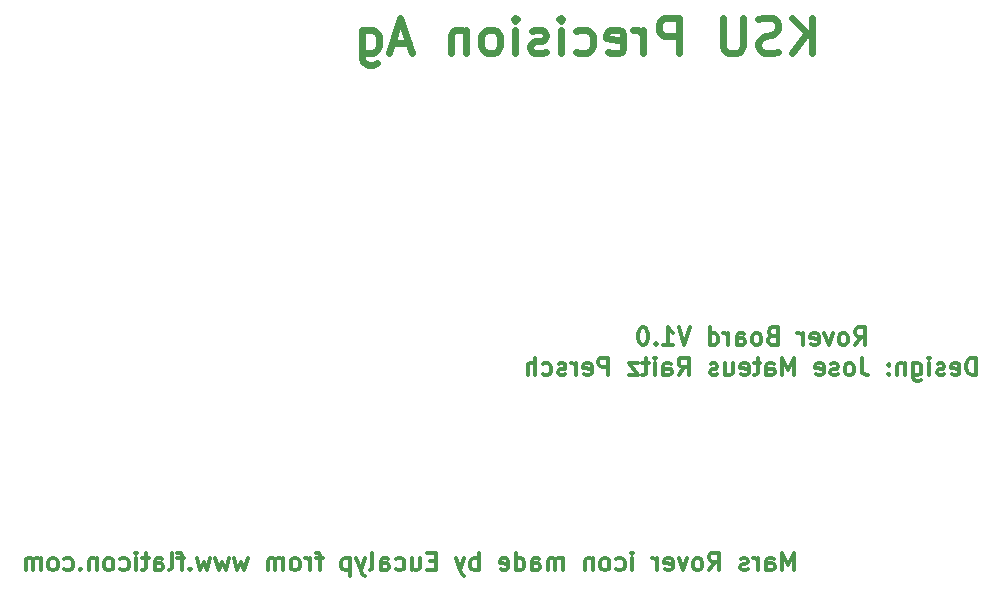
<source format=gbo>
%TF.GenerationSoftware,KiCad,Pcbnew,(5.1.10)-1*%
%TF.CreationDate,2021-09-21T14:48:15-05:00*%
%TF.ProjectId,SkidSteer_PCB,536b6964-5374-4656-9572-5f5043422e6b,rev?*%
%TF.SameCoordinates,Original*%
%TF.FileFunction,Legend,Bot*%
%TF.FilePolarity,Positive*%
%FSLAX46Y46*%
G04 Gerber Fmt 4.6, Leading zero omitted, Abs format (unit mm)*
G04 Created by KiCad (PCBNEW (5.1.10)-1) date 2021-09-21 14:48:15*
%MOMM*%
%LPD*%
G01*
G04 APERTURE LIST*
%ADD10C,0.300000*%
%ADD11C,0.600000*%
G04 APERTURE END LIST*
D10*
X123975714Y-156126571D02*
X123975714Y-154626571D01*
X123475714Y-155698000D01*
X122975714Y-154626571D01*
X122975714Y-156126571D01*
X121618571Y-156126571D02*
X121618571Y-155340857D01*
X121690000Y-155198000D01*
X121832857Y-155126571D01*
X122118571Y-155126571D01*
X122261428Y-155198000D01*
X121618571Y-156055142D02*
X121761428Y-156126571D01*
X122118571Y-156126571D01*
X122261428Y-156055142D01*
X122332857Y-155912285D01*
X122332857Y-155769428D01*
X122261428Y-155626571D01*
X122118571Y-155555142D01*
X121761428Y-155555142D01*
X121618571Y-155483714D01*
X120904285Y-156126571D02*
X120904285Y-155126571D01*
X120904285Y-155412285D02*
X120832857Y-155269428D01*
X120761428Y-155198000D01*
X120618571Y-155126571D01*
X120475714Y-155126571D01*
X120047142Y-156055142D02*
X119904285Y-156126571D01*
X119618571Y-156126571D01*
X119475714Y-156055142D01*
X119404285Y-155912285D01*
X119404285Y-155840857D01*
X119475714Y-155698000D01*
X119618571Y-155626571D01*
X119832857Y-155626571D01*
X119975714Y-155555142D01*
X120047142Y-155412285D01*
X120047142Y-155340857D01*
X119975714Y-155198000D01*
X119832857Y-155126571D01*
X119618571Y-155126571D01*
X119475714Y-155198000D01*
X116761428Y-156126571D02*
X117261428Y-155412285D01*
X117618571Y-156126571D02*
X117618571Y-154626571D01*
X117047142Y-154626571D01*
X116904285Y-154698000D01*
X116832857Y-154769428D01*
X116761428Y-154912285D01*
X116761428Y-155126571D01*
X116832857Y-155269428D01*
X116904285Y-155340857D01*
X117047142Y-155412285D01*
X117618571Y-155412285D01*
X115904285Y-156126571D02*
X116047142Y-156055142D01*
X116118571Y-155983714D01*
X116190000Y-155840857D01*
X116190000Y-155412285D01*
X116118571Y-155269428D01*
X116047142Y-155198000D01*
X115904285Y-155126571D01*
X115690000Y-155126571D01*
X115547142Y-155198000D01*
X115475714Y-155269428D01*
X115404285Y-155412285D01*
X115404285Y-155840857D01*
X115475714Y-155983714D01*
X115547142Y-156055142D01*
X115690000Y-156126571D01*
X115904285Y-156126571D01*
X114904285Y-155126571D02*
X114547142Y-156126571D01*
X114190000Y-155126571D01*
X113047142Y-156055142D02*
X113190000Y-156126571D01*
X113475714Y-156126571D01*
X113618571Y-156055142D01*
X113690000Y-155912285D01*
X113690000Y-155340857D01*
X113618571Y-155198000D01*
X113475714Y-155126571D01*
X113190000Y-155126571D01*
X113047142Y-155198000D01*
X112975714Y-155340857D01*
X112975714Y-155483714D01*
X113690000Y-155626571D01*
X112332857Y-156126571D02*
X112332857Y-155126571D01*
X112332857Y-155412285D02*
X112261428Y-155269428D01*
X112190000Y-155198000D01*
X112047142Y-155126571D01*
X111904285Y-155126571D01*
X110261428Y-156126571D02*
X110261428Y-155126571D01*
X110261428Y-154626571D02*
X110332857Y-154698000D01*
X110261428Y-154769428D01*
X110190000Y-154698000D01*
X110261428Y-154626571D01*
X110261428Y-154769428D01*
X108904285Y-156055142D02*
X109047142Y-156126571D01*
X109332857Y-156126571D01*
X109475714Y-156055142D01*
X109547142Y-155983714D01*
X109618571Y-155840857D01*
X109618571Y-155412285D01*
X109547142Y-155269428D01*
X109475714Y-155198000D01*
X109332857Y-155126571D01*
X109047142Y-155126571D01*
X108904285Y-155198000D01*
X108047142Y-156126571D02*
X108190000Y-156055142D01*
X108261428Y-155983714D01*
X108332857Y-155840857D01*
X108332857Y-155412285D01*
X108261428Y-155269428D01*
X108190000Y-155198000D01*
X108047142Y-155126571D01*
X107832857Y-155126571D01*
X107690000Y-155198000D01*
X107618571Y-155269428D01*
X107547142Y-155412285D01*
X107547142Y-155840857D01*
X107618571Y-155983714D01*
X107690000Y-156055142D01*
X107832857Y-156126571D01*
X108047142Y-156126571D01*
X106904285Y-155126571D02*
X106904285Y-156126571D01*
X106904285Y-155269428D02*
X106832857Y-155198000D01*
X106690000Y-155126571D01*
X106475714Y-155126571D01*
X106332857Y-155198000D01*
X106261428Y-155340857D01*
X106261428Y-156126571D01*
X104404285Y-156126571D02*
X104404285Y-155126571D01*
X104404285Y-155269428D02*
X104332857Y-155198000D01*
X104190000Y-155126571D01*
X103975714Y-155126571D01*
X103832857Y-155198000D01*
X103761428Y-155340857D01*
X103761428Y-156126571D01*
X103761428Y-155340857D02*
X103690000Y-155198000D01*
X103547142Y-155126571D01*
X103332857Y-155126571D01*
X103190000Y-155198000D01*
X103118571Y-155340857D01*
X103118571Y-156126571D01*
X101761428Y-156126571D02*
X101761428Y-155340857D01*
X101832857Y-155198000D01*
X101975714Y-155126571D01*
X102261428Y-155126571D01*
X102404285Y-155198000D01*
X101761428Y-156055142D02*
X101904285Y-156126571D01*
X102261428Y-156126571D01*
X102404285Y-156055142D01*
X102475714Y-155912285D01*
X102475714Y-155769428D01*
X102404285Y-155626571D01*
X102261428Y-155555142D01*
X101904285Y-155555142D01*
X101761428Y-155483714D01*
X100404285Y-156126571D02*
X100404285Y-154626571D01*
X100404285Y-156055142D02*
X100547142Y-156126571D01*
X100832857Y-156126571D01*
X100975714Y-156055142D01*
X101047142Y-155983714D01*
X101118571Y-155840857D01*
X101118571Y-155412285D01*
X101047142Y-155269428D01*
X100975714Y-155198000D01*
X100832857Y-155126571D01*
X100547142Y-155126571D01*
X100404285Y-155198000D01*
X99118571Y-156055142D02*
X99261428Y-156126571D01*
X99547142Y-156126571D01*
X99690000Y-156055142D01*
X99761428Y-155912285D01*
X99761428Y-155340857D01*
X99690000Y-155198000D01*
X99547142Y-155126571D01*
X99261428Y-155126571D01*
X99118571Y-155198000D01*
X99047142Y-155340857D01*
X99047142Y-155483714D01*
X99761428Y-155626571D01*
X97261428Y-156126571D02*
X97261428Y-154626571D01*
X97261428Y-155198000D02*
X97118571Y-155126571D01*
X96832857Y-155126571D01*
X96690000Y-155198000D01*
X96618571Y-155269428D01*
X96547142Y-155412285D01*
X96547142Y-155840857D01*
X96618571Y-155983714D01*
X96690000Y-156055142D01*
X96832857Y-156126571D01*
X97118571Y-156126571D01*
X97261428Y-156055142D01*
X96047142Y-155126571D02*
X95690000Y-156126571D01*
X95332857Y-155126571D02*
X95690000Y-156126571D01*
X95832857Y-156483714D01*
X95904285Y-156555142D01*
X96047142Y-156626571D01*
X93618571Y-155340857D02*
X93118571Y-155340857D01*
X92904285Y-156126571D02*
X93618571Y-156126571D01*
X93618571Y-154626571D01*
X92904285Y-154626571D01*
X91618571Y-155126571D02*
X91618571Y-156126571D01*
X92261428Y-155126571D02*
X92261428Y-155912285D01*
X92190000Y-156055142D01*
X92047142Y-156126571D01*
X91832857Y-156126571D01*
X91690000Y-156055142D01*
X91618571Y-155983714D01*
X90261428Y-156055142D02*
X90404285Y-156126571D01*
X90690000Y-156126571D01*
X90832857Y-156055142D01*
X90904285Y-155983714D01*
X90975714Y-155840857D01*
X90975714Y-155412285D01*
X90904285Y-155269428D01*
X90832857Y-155198000D01*
X90690000Y-155126571D01*
X90404285Y-155126571D01*
X90261428Y-155198000D01*
X88975714Y-156126571D02*
X88975714Y-155340857D01*
X89047142Y-155198000D01*
X89190000Y-155126571D01*
X89475714Y-155126571D01*
X89618571Y-155198000D01*
X88975714Y-156055142D02*
X89118571Y-156126571D01*
X89475714Y-156126571D01*
X89618571Y-156055142D01*
X89690000Y-155912285D01*
X89690000Y-155769428D01*
X89618571Y-155626571D01*
X89475714Y-155555142D01*
X89118571Y-155555142D01*
X88975714Y-155483714D01*
X88047142Y-156126571D02*
X88190000Y-156055142D01*
X88261428Y-155912285D01*
X88261428Y-154626571D01*
X87618571Y-155126571D02*
X87261428Y-156126571D01*
X86904285Y-155126571D02*
X87261428Y-156126571D01*
X87404285Y-156483714D01*
X87475714Y-156555142D01*
X87618571Y-156626571D01*
X86332857Y-155126571D02*
X86332857Y-156626571D01*
X86332857Y-155198000D02*
X86190000Y-155126571D01*
X85904285Y-155126571D01*
X85761428Y-155198000D01*
X85690000Y-155269428D01*
X85618571Y-155412285D01*
X85618571Y-155840857D01*
X85690000Y-155983714D01*
X85761428Y-156055142D01*
X85904285Y-156126571D01*
X86190000Y-156126571D01*
X86332857Y-156055142D01*
X84047142Y-155126571D02*
X83475714Y-155126571D01*
X83832857Y-156126571D02*
X83832857Y-154840857D01*
X83761428Y-154698000D01*
X83618571Y-154626571D01*
X83475714Y-154626571D01*
X82975714Y-156126571D02*
X82975714Y-155126571D01*
X82975714Y-155412285D02*
X82904285Y-155269428D01*
X82832857Y-155198000D01*
X82690000Y-155126571D01*
X82547142Y-155126571D01*
X81832857Y-156126571D02*
X81975714Y-156055142D01*
X82047142Y-155983714D01*
X82118571Y-155840857D01*
X82118571Y-155412285D01*
X82047142Y-155269428D01*
X81975714Y-155198000D01*
X81832857Y-155126571D01*
X81618571Y-155126571D01*
X81475714Y-155198000D01*
X81404285Y-155269428D01*
X81332857Y-155412285D01*
X81332857Y-155840857D01*
X81404285Y-155983714D01*
X81475714Y-156055142D01*
X81618571Y-156126571D01*
X81832857Y-156126571D01*
X80690000Y-156126571D02*
X80690000Y-155126571D01*
X80690000Y-155269428D02*
X80618571Y-155198000D01*
X80475714Y-155126571D01*
X80261428Y-155126571D01*
X80118571Y-155198000D01*
X80047142Y-155340857D01*
X80047142Y-156126571D01*
X80047142Y-155340857D02*
X79975714Y-155198000D01*
X79832857Y-155126571D01*
X79618571Y-155126571D01*
X79475714Y-155198000D01*
X79404285Y-155340857D01*
X79404285Y-156126571D01*
X77690000Y-155126571D02*
X77404285Y-156126571D01*
X77118571Y-155412285D01*
X76832857Y-156126571D01*
X76547142Y-155126571D01*
X76118571Y-155126571D02*
X75832857Y-156126571D01*
X75547142Y-155412285D01*
X75261428Y-156126571D01*
X74975714Y-155126571D01*
X74547142Y-155126571D02*
X74261428Y-156126571D01*
X73975714Y-155412285D01*
X73690000Y-156126571D01*
X73404285Y-155126571D01*
X72832857Y-155983714D02*
X72761428Y-156055142D01*
X72832857Y-156126571D01*
X72904285Y-156055142D01*
X72832857Y-155983714D01*
X72832857Y-156126571D01*
X72332857Y-155126571D02*
X71761428Y-155126571D01*
X72118571Y-156126571D02*
X72118571Y-154840857D01*
X72047142Y-154698000D01*
X71904285Y-154626571D01*
X71761428Y-154626571D01*
X71047142Y-156126571D02*
X71190000Y-156055142D01*
X71261428Y-155912285D01*
X71261428Y-154626571D01*
X69832857Y-156126571D02*
X69832857Y-155340857D01*
X69904285Y-155198000D01*
X70047142Y-155126571D01*
X70332857Y-155126571D01*
X70475714Y-155198000D01*
X69832857Y-156055142D02*
X69975714Y-156126571D01*
X70332857Y-156126571D01*
X70475714Y-156055142D01*
X70547142Y-155912285D01*
X70547142Y-155769428D01*
X70475714Y-155626571D01*
X70332857Y-155555142D01*
X69975714Y-155555142D01*
X69832857Y-155483714D01*
X69332857Y-155126571D02*
X68761428Y-155126571D01*
X69118571Y-154626571D02*
X69118571Y-155912285D01*
X69047142Y-156055142D01*
X68904285Y-156126571D01*
X68761428Y-156126571D01*
X68261428Y-156126571D02*
X68261428Y-155126571D01*
X68261428Y-154626571D02*
X68332857Y-154698000D01*
X68261428Y-154769428D01*
X68190000Y-154698000D01*
X68261428Y-154626571D01*
X68261428Y-154769428D01*
X66904285Y-156055142D02*
X67047142Y-156126571D01*
X67332857Y-156126571D01*
X67475714Y-156055142D01*
X67547142Y-155983714D01*
X67618571Y-155840857D01*
X67618571Y-155412285D01*
X67547142Y-155269428D01*
X67475714Y-155198000D01*
X67332857Y-155126571D01*
X67047142Y-155126571D01*
X66904285Y-155198000D01*
X66047142Y-156126571D02*
X66190000Y-156055142D01*
X66261428Y-155983714D01*
X66332857Y-155840857D01*
X66332857Y-155412285D01*
X66261428Y-155269428D01*
X66190000Y-155198000D01*
X66047142Y-155126571D01*
X65832857Y-155126571D01*
X65690000Y-155198000D01*
X65618571Y-155269428D01*
X65547142Y-155412285D01*
X65547142Y-155840857D01*
X65618571Y-155983714D01*
X65690000Y-156055142D01*
X65832857Y-156126571D01*
X66047142Y-156126571D01*
X64904285Y-155126571D02*
X64904285Y-156126571D01*
X64904285Y-155269428D02*
X64832857Y-155198000D01*
X64690000Y-155126571D01*
X64475714Y-155126571D01*
X64332857Y-155198000D01*
X64261428Y-155340857D01*
X64261428Y-156126571D01*
X63547142Y-155983714D02*
X63475714Y-156055142D01*
X63547142Y-156126571D01*
X63618571Y-156055142D01*
X63547142Y-155983714D01*
X63547142Y-156126571D01*
X62190000Y-156055142D02*
X62332857Y-156126571D01*
X62618571Y-156126571D01*
X62761428Y-156055142D01*
X62832857Y-155983714D01*
X62904285Y-155840857D01*
X62904285Y-155412285D01*
X62832857Y-155269428D01*
X62761428Y-155198000D01*
X62618571Y-155126571D01*
X62332857Y-155126571D01*
X62190000Y-155198000D01*
X61332857Y-156126571D02*
X61475714Y-156055142D01*
X61547142Y-155983714D01*
X61618571Y-155840857D01*
X61618571Y-155412285D01*
X61547142Y-155269428D01*
X61475714Y-155198000D01*
X61332857Y-155126571D01*
X61118571Y-155126571D01*
X60975714Y-155198000D01*
X60904285Y-155269428D01*
X60832857Y-155412285D01*
X60832857Y-155840857D01*
X60904285Y-155983714D01*
X60975714Y-156055142D01*
X61118571Y-156126571D01*
X61332857Y-156126571D01*
X60190000Y-156126571D02*
X60190000Y-155126571D01*
X60190000Y-155269428D02*
X60118571Y-155198000D01*
X59975714Y-155126571D01*
X59761428Y-155126571D01*
X59618571Y-155198000D01*
X59547142Y-155340857D01*
X59547142Y-156126571D01*
X59547142Y-155340857D02*
X59475714Y-155198000D01*
X59332857Y-155126571D01*
X59118571Y-155126571D01*
X58975714Y-155198000D01*
X58904285Y-155340857D01*
X58904285Y-156126571D01*
D11*
X125497428Y-112355142D02*
X125497428Y-109355142D01*
X123783142Y-112355142D02*
X125068857Y-110640857D01*
X123783142Y-109355142D02*
X125497428Y-111069428D01*
X122640285Y-112212285D02*
X122211714Y-112355142D01*
X121497428Y-112355142D01*
X121211714Y-112212285D01*
X121068857Y-112069428D01*
X120926000Y-111783714D01*
X120926000Y-111498000D01*
X121068857Y-111212285D01*
X121211714Y-111069428D01*
X121497428Y-110926571D01*
X122068857Y-110783714D01*
X122354571Y-110640857D01*
X122497428Y-110498000D01*
X122640285Y-110212285D01*
X122640285Y-109926571D01*
X122497428Y-109640857D01*
X122354571Y-109498000D01*
X122068857Y-109355142D01*
X121354571Y-109355142D01*
X120926000Y-109498000D01*
X119640285Y-109355142D02*
X119640285Y-111783714D01*
X119497428Y-112069428D01*
X119354571Y-112212285D01*
X119068857Y-112355142D01*
X118497428Y-112355142D01*
X118211714Y-112212285D01*
X118068857Y-112069428D01*
X117926000Y-111783714D01*
X117926000Y-109355142D01*
X114211714Y-112355142D02*
X114211714Y-109355142D01*
X113068857Y-109355142D01*
X112783142Y-109498000D01*
X112640285Y-109640857D01*
X112497428Y-109926571D01*
X112497428Y-110355142D01*
X112640285Y-110640857D01*
X112783142Y-110783714D01*
X113068857Y-110926571D01*
X114211714Y-110926571D01*
X111211714Y-112355142D02*
X111211714Y-110355142D01*
X111211714Y-110926571D02*
X111068857Y-110640857D01*
X110926000Y-110498000D01*
X110640285Y-110355142D01*
X110354571Y-110355142D01*
X108211714Y-112212285D02*
X108497428Y-112355142D01*
X109068857Y-112355142D01*
X109354571Y-112212285D01*
X109497428Y-111926571D01*
X109497428Y-110783714D01*
X109354571Y-110498000D01*
X109068857Y-110355142D01*
X108497428Y-110355142D01*
X108211714Y-110498000D01*
X108068857Y-110783714D01*
X108068857Y-111069428D01*
X109497428Y-111355142D01*
X105497428Y-112212285D02*
X105783142Y-112355142D01*
X106354571Y-112355142D01*
X106640285Y-112212285D01*
X106783142Y-112069428D01*
X106926000Y-111783714D01*
X106926000Y-110926571D01*
X106783142Y-110640857D01*
X106640285Y-110498000D01*
X106354571Y-110355142D01*
X105783142Y-110355142D01*
X105497428Y-110498000D01*
X104211714Y-112355142D02*
X104211714Y-110355142D01*
X104211714Y-109355142D02*
X104354571Y-109498000D01*
X104211714Y-109640857D01*
X104068857Y-109498000D01*
X104211714Y-109355142D01*
X104211714Y-109640857D01*
X102926000Y-112212285D02*
X102640285Y-112355142D01*
X102068857Y-112355142D01*
X101783142Y-112212285D01*
X101640285Y-111926571D01*
X101640285Y-111783714D01*
X101783142Y-111498000D01*
X102068857Y-111355142D01*
X102497428Y-111355142D01*
X102783142Y-111212285D01*
X102926000Y-110926571D01*
X102926000Y-110783714D01*
X102783142Y-110498000D01*
X102497428Y-110355142D01*
X102068857Y-110355142D01*
X101783142Y-110498000D01*
X100354571Y-112355142D02*
X100354571Y-110355142D01*
X100354571Y-109355142D02*
X100497428Y-109498000D01*
X100354571Y-109640857D01*
X100211714Y-109498000D01*
X100354571Y-109355142D01*
X100354571Y-109640857D01*
X98497428Y-112355142D02*
X98783142Y-112212285D01*
X98926000Y-112069428D01*
X99068857Y-111783714D01*
X99068857Y-110926571D01*
X98926000Y-110640857D01*
X98783142Y-110498000D01*
X98497428Y-110355142D01*
X98068857Y-110355142D01*
X97783142Y-110498000D01*
X97640285Y-110640857D01*
X97497428Y-110926571D01*
X97497428Y-111783714D01*
X97640285Y-112069428D01*
X97783142Y-112212285D01*
X98068857Y-112355142D01*
X98497428Y-112355142D01*
X96211714Y-110355142D02*
X96211714Y-112355142D01*
X96211714Y-110640857D02*
X96068857Y-110498000D01*
X95783142Y-110355142D01*
X95354571Y-110355142D01*
X95068857Y-110498000D01*
X94926000Y-110783714D01*
X94926000Y-112355142D01*
X91354571Y-111498000D02*
X89926000Y-111498000D01*
X91640285Y-112355142D02*
X90640285Y-109355142D01*
X89640285Y-112355142D01*
X87354571Y-110355142D02*
X87354571Y-112783714D01*
X87497428Y-113069428D01*
X87640285Y-113212285D01*
X87926000Y-113355142D01*
X88354571Y-113355142D01*
X88640285Y-113212285D01*
X87354571Y-112212285D02*
X87640285Y-112355142D01*
X88211714Y-112355142D01*
X88497428Y-112212285D01*
X88640285Y-112069428D01*
X88783142Y-111783714D01*
X88783142Y-110926571D01*
X88640285Y-110640857D01*
X88497428Y-110498000D01*
X88211714Y-110355142D01*
X87640285Y-110355142D01*
X87354571Y-110498000D01*
D10*
X129110285Y-137071571D02*
X129610285Y-136357285D01*
X129967428Y-137071571D02*
X129967428Y-135571571D01*
X129396000Y-135571571D01*
X129253142Y-135643000D01*
X129181714Y-135714428D01*
X129110285Y-135857285D01*
X129110285Y-136071571D01*
X129181714Y-136214428D01*
X129253142Y-136285857D01*
X129396000Y-136357285D01*
X129967428Y-136357285D01*
X128253142Y-137071571D02*
X128396000Y-137000142D01*
X128467428Y-136928714D01*
X128538857Y-136785857D01*
X128538857Y-136357285D01*
X128467428Y-136214428D01*
X128396000Y-136143000D01*
X128253142Y-136071571D01*
X128038857Y-136071571D01*
X127896000Y-136143000D01*
X127824571Y-136214428D01*
X127753142Y-136357285D01*
X127753142Y-136785857D01*
X127824571Y-136928714D01*
X127896000Y-137000142D01*
X128038857Y-137071571D01*
X128253142Y-137071571D01*
X127253142Y-136071571D02*
X126896000Y-137071571D01*
X126538857Y-136071571D01*
X125396000Y-137000142D02*
X125538857Y-137071571D01*
X125824571Y-137071571D01*
X125967428Y-137000142D01*
X126038857Y-136857285D01*
X126038857Y-136285857D01*
X125967428Y-136143000D01*
X125824571Y-136071571D01*
X125538857Y-136071571D01*
X125396000Y-136143000D01*
X125324571Y-136285857D01*
X125324571Y-136428714D01*
X126038857Y-136571571D01*
X124681714Y-137071571D02*
X124681714Y-136071571D01*
X124681714Y-136357285D02*
X124610285Y-136214428D01*
X124538857Y-136143000D01*
X124396000Y-136071571D01*
X124253142Y-136071571D01*
X122110285Y-136285857D02*
X121896000Y-136357285D01*
X121824571Y-136428714D01*
X121753142Y-136571571D01*
X121753142Y-136785857D01*
X121824571Y-136928714D01*
X121896000Y-137000142D01*
X122038857Y-137071571D01*
X122610285Y-137071571D01*
X122610285Y-135571571D01*
X122110285Y-135571571D01*
X121967428Y-135643000D01*
X121896000Y-135714428D01*
X121824571Y-135857285D01*
X121824571Y-136000142D01*
X121896000Y-136143000D01*
X121967428Y-136214428D01*
X122110285Y-136285857D01*
X122610285Y-136285857D01*
X120896000Y-137071571D02*
X121038857Y-137000142D01*
X121110285Y-136928714D01*
X121181714Y-136785857D01*
X121181714Y-136357285D01*
X121110285Y-136214428D01*
X121038857Y-136143000D01*
X120896000Y-136071571D01*
X120681714Y-136071571D01*
X120538857Y-136143000D01*
X120467428Y-136214428D01*
X120396000Y-136357285D01*
X120396000Y-136785857D01*
X120467428Y-136928714D01*
X120538857Y-137000142D01*
X120681714Y-137071571D01*
X120896000Y-137071571D01*
X119110285Y-137071571D02*
X119110285Y-136285857D01*
X119181714Y-136143000D01*
X119324571Y-136071571D01*
X119610285Y-136071571D01*
X119753142Y-136143000D01*
X119110285Y-137000142D02*
X119253142Y-137071571D01*
X119610285Y-137071571D01*
X119753142Y-137000142D01*
X119824571Y-136857285D01*
X119824571Y-136714428D01*
X119753142Y-136571571D01*
X119610285Y-136500142D01*
X119253142Y-136500142D01*
X119110285Y-136428714D01*
X118396000Y-137071571D02*
X118396000Y-136071571D01*
X118396000Y-136357285D02*
X118324571Y-136214428D01*
X118253142Y-136143000D01*
X118110285Y-136071571D01*
X117967428Y-136071571D01*
X116824571Y-137071571D02*
X116824571Y-135571571D01*
X116824571Y-137000142D02*
X116967428Y-137071571D01*
X117253142Y-137071571D01*
X117396000Y-137000142D01*
X117467428Y-136928714D01*
X117538857Y-136785857D01*
X117538857Y-136357285D01*
X117467428Y-136214428D01*
X117396000Y-136143000D01*
X117253142Y-136071571D01*
X116967428Y-136071571D01*
X116824571Y-136143000D01*
X115181714Y-135571571D02*
X114681714Y-137071571D01*
X114181714Y-135571571D01*
X112896000Y-137071571D02*
X113753142Y-137071571D01*
X113324571Y-137071571D02*
X113324571Y-135571571D01*
X113467428Y-135785857D01*
X113610285Y-135928714D01*
X113753142Y-136000142D01*
X112253142Y-136928714D02*
X112181714Y-137000142D01*
X112253142Y-137071571D01*
X112324571Y-137000142D01*
X112253142Y-136928714D01*
X112253142Y-137071571D01*
X111253142Y-135571571D02*
X111110285Y-135571571D01*
X110967428Y-135643000D01*
X110896000Y-135714428D01*
X110824571Y-135857285D01*
X110753142Y-136143000D01*
X110753142Y-136500142D01*
X110824571Y-136785857D01*
X110896000Y-136928714D01*
X110967428Y-137000142D01*
X111110285Y-137071571D01*
X111253142Y-137071571D01*
X111396000Y-137000142D01*
X111467428Y-136928714D01*
X111538857Y-136785857D01*
X111610285Y-136500142D01*
X111610285Y-136143000D01*
X111538857Y-135857285D01*
X111467428Y-135714428D01*
X111396000Y-135643000D01*
X111253142Y-135571571D01*
X139396000Y-139621571D02*
X139396000Y-138121571D01*
X139038857Y-138121571D01*
X138824571Y-138193000D01*
X138681714Y-138335857D01*
X138610285Y-138478714D01*
X138538857Y-138764428D01*
X138538857Y-138978714D01*
X138610285Y-139264428D01*
X138681714Y-139407285D01*
X138824571Y-139550142D01*
X139038857Y-139621571D01*
X139396000Y-139621571D01*
X137324571Y-139550142D02*
X137467428Y-139621571D01*
X137753142Y-139621571D01*
X137896000Y-139550142D01*
X137967428Y-139407285D01*
X137967428Y-138835857D01*
X137896000Y-138693000D01*
X137753142Y-138621571D01*
X137467428Y-138621571D01*
X137324571Y-138693000D01*
X137253142Y-138835857D01*
X137253142Y-138978714D01*
X137967428Y-139121571D01*
X136681714Y-139550142D02*
X136538857Y-139621571D01*
X136253142Y-139621571D01*
X136110285Y-139550142D01*
X136038857Y-139407285D01*
X136038857Y-139335857D01*
X136110285Y-139193000D01*
X136253142Y-139121571D01*
X136467428Y-139121571D01*
X136610285Y-139050142D01*
X136681714Y-138907285D01*
X136681714Y-138835857D01*
X136610285Y-138693000D01*
X136467428Y-138621571D01*
X136253142Y-138621571D01*
X136110285Y-138693000D01*
X135396000Y-139621571D02*
X135396000Y-138621571D01*
X135396000Y-138121571D02*
X135467428Y-138193000D01*
X135396000Y-138264428D01*
X135324571Y-138193000D01*
X135396000Y-138121571D01*
X135396000Y-138264428D01*
X134038857Y-138621571D02*
X134038857Y-139835857D01*
X134110285Y-139978714D01*
X134181714Y-140050142D01*
X134324571Y-140121571D01*
X134538857Y-140121571D01*
X134681714Y-140050142D01*
X134038857Y-139550142D02*
X134181714Y-139621571D01*
X134467428Y-139621571D01*
X134610285Y-139550142D01*
X134681714Y-139478714D01*
X134753142Y-139335857D01*
X134753142Y-138907285D01*
X134681714Y-138764428D01*
X134610285Y-138693000D01*
X134467428Y-138621571D01*
X134181714Y-138621571D01*
X134038857Y-138693000D01*
X133324571Y-138621571D02*
X133324571Y-139621571D01*
X133324571Y-138764428D02*
X133253142Y-138693000D01*
X133110285Y-138621571D01*
X132896000Y-138621571D01*
X132753142Y-138693000D01*
X132681714Y-138835857D01*
X132681714Y-139621571D01*
X131967428Y-139478714D02*
X131896000Y-139550142D01*
X131967428Y-139621571D01*
X132038857Y-139550142D01*
X131967428Y-139478714D01*
X131967428Y-139621571D01*
X131967428Y-138693000D02*
X131896000Y-138764428D01*
X131967428Y-138835857D01*
X132038857Y-138764428D01*
X131967428Y-138693000D01*
X131967428Y-138835857D01*
X129681714Y-138121571D02*
X129681714Y-139193000D01*
X129753142Y-139407285D01*
X129896000Y-139550142D01*
X130110285Y-139621571D01*
X130253142Y-139621571D01*
X128753142Y-139621571D02*
X128896000Y-139550142D01*
X128967428Y-139478714D01*
X129038857Y-139335857D01*
X129038857Y-138907285D01*
X128967428Y-138764428D01*
X128896000Y-138693000D01*
X128753142Y-138621571D01*
X128538857Y-138621571D01*
X128396000Y-138693000D01*
X128324571Y-138764428D01*
X128253142Y-138907285D01*
X128253142Y-139335857D01*
X128324571Y-139478714D01*
X128396000Y-139550142D01*
X128538857Y-139621571D01*
X128753142Y-139621571D01*
X127681714Y-139550142D02*
X127538857Y-139621571D01*
X127253142Y-139621571D01*
X127110285Y-139550142D01*
X127038857Y-139407285D01*
X127038857Y-139335857D01*
X127110285Y-139193000D01*
X127253142Y-139121571D01*
X127467428Y-139121571D01*
X127610285Y-139050142D01*
X127681714Y-138907285D01*
X127681714Y-138835857D01*
X127610285Y-138693000D01*
X127467428Y-138621571D01*
X127253142Y-138621571D01*
X127110285Y-138693000D01*
X125824571Y-139550142D02*
X125967428Y-139621571D01*
X126253142Y-139621571D01*
X126396000Y-139550142D01*
X126467428Y-139407285D01*
X126467428Y-138835857D01*
X126396000Y-138693000D01*
X126253142Y-138621571D01*
X125967428Y-138621571D01*
X125824571Y-138693000D01*
X125753142Y-138835857D01*
X125753142Y-138978714D01*
X126467428Y-139121571D01*
X123967428Y-139621571D02*
X123967428Y-138121571D01*
X123467428Y-139193000D01*
X122967428Y-138121571D01*
X122967428Y-139621571D01*
X121610285Y-139621571D02*
X121610285Y-138835857D01*
X121681714Y-138693000D01*
X121824571Y-138621571D01*
X122110285Y-138621571D01*
X122253142Y-138693000D01*
X121610285Y-139550142D02*
X121753142Y-139621571D01*
X122110285Y-139621571D01*
X122253142Y-139550142D01*
X122324571Y-139407285D01*
X122324571Y-139264428D01*
X122253142Y-139121571D01*
X122110285Y-139050142D01*
X121753142Y-139050142D01*
X121610285Y-138978714D01*
X121110285Y-138621571D02*
X120538857Y-138621571D01*
X120896000Y-138121571D02*
X120896000Y-139407285D01*
X120824571Y-139550142D01*
X120681714Y-139621571D01*
X120538857Y-139621571D01*
X119467428Y-139550142D02*
X119610285Y-139621571D01*
X119896000Y-139621571D01*
X120038857Y-139550142D01*
X120110285Y-139407285D01*
X120110285Y-138835857D01*
X120038857Y-138693000D01*
X119896000Y-138621571D01*
X119610285Y-138621571D01*
X119467428Y-138693000D01*
X119396000Y-138835857D01*
X119396000Y-138978714D01*
X120110285Y-139121571D01*
X118110285Y-138621571D02*
X118110285Y-139621571D01*
X118753142Y-138621571D02*
X118753142Y-139407285D01*
X118681714Y-139550142D01*
X118538857Y-139621571D01*
X118324571Y-139621571D01*
X118181714Y-139550142D01*
X118110285Y-139478714D01*
X117467428Y-139550142D02*
X117324571Y-139621571D01*
X117038857Y-139621571D01*
X116896000Y-139550142D01*
X116824571Y-139407285D01*
X116824571Y-139335857D01*
X116896000Y-139193000D01*
X117038857Y-139121571D01*
X117253142Y-139121571D01*
X117396000Y-139050142D01*
X117467428Y-138907285D01*
X117467428Y-138835857D01*
X117396000Y-138693000D01*
X117253142Y-138621571D01*
X117038857Y-138621571D01*
X116896000Y-138693000D01*
X114181714Y-139621571D02*
X114681714Y-138907285D01*
X115038857Y-139621571D02*
X115038857Y-138121571D01*
X114467428Y-138121571D01*
X114324571Y-138193000D01*
X114253142Y-138264428D01*
X114181714Y-138407285D01*
X114181714Y-138621571D01*
X114253142Y-138764428D01*
X114324571Y-138835857D01*
X114467428Y-138907285D01*
X115038857Y-138907285D01*
X112896000Y-139621571D02*
X112896000Y-138835857D01*
X112967428Y-138693000D01*
X113110285Y-138621571D01*
X113396000Y-138621571D01*
X113538857Y-138693000D01*
X112896000Y-139550142D02*
X113038857Y-139621571D01*
X113396000Y-139621571D01*
X113538857Y-139550142D01*
X113610285Y-139407285D01*
X113610285Y-139264428D01*
X113538857Y-139121571D01*
X113396000Y-139050142D01*
X113038857Y-139050142D01*
X112896000Y-138978714D01*
X112181714Y-139621571D02*
X112181714Y-138621571D01*
X112181714Y-138121571D02*
X112253142Y-138193000D01*
X112181714Y-138264428D01*
X112110285Y-138193000D01*
X112181714Y-138121571D01*
X112181714Y-138264428D01*
X111681714Y-138621571D02*
X111110285Y-138621571D01*
X111467428Y-138121571D02*
X111467428Y-139407285D01*
X111396000Y-139550142D01*
X111253142Y-139621571D01*
X111110285Y-139621571D01*
X110753142Y-138621571D02*
X109967428Y-138621571D01*
X110753142Y-139621571D01*
X109967428Y-139621571D01*
X108253142Y-139621571D02*
X108253142Y-138121571D01*
X107681714Y-138121571D01*
X107538857Y-138193000D01*
X107467428Y-138264428D01*
X107396000Y-138407285D01*
X107396000Y-138621571D01*
X107467428Y-138764428D01*
X107538857Y-138835857D01*
X107681714Y-138907285D01*
X108253142Y-138907285D01*
X106181714Y-139550142D02*
X106324571Y-139621571D01*
X106610285Y-139621571D01*
X106753142Y-139550142D01*
X106824571Y-139407285D01*
X106824571Y-138835857D01*
X106753142Y-138693000D01*
X106610285Y-138621571D01*
X106324571Y-138621571D01*
X106181714Y-138693000D01*
X106110285Y-138835857D01*
X106110285Y-138978714D01*
X106824571Y-139121571D01*
X105467428Y-139621571D02*
X105467428Y-138621571D01*
X105467428Y-138907285D02*
X105396000Y-138764428D01*
X105324571Y-138693000D01*
X105181714Y-138621571D01*
X105038857Y-138621571D01*
X104610285Y-139550142D02*
X104467428Y-139621571D01*
X104181714Y-139621571D01*
X104038857Y-139550142D01*
X103967428Y-139407285D01*
X103967428Y-139335857D01*
X104038857Y-139193000D01*
X104181714Y-139121571D01*
X104396000Y-139121571D01*
X104538857Y-139050142D01*
X104610285Y-138907285D01*
X104610285Y-138835857D01*
X104538857Y-138693000D01*
X104396000Y-138621571D01*
X104181714Y-138621571D01*
X104038857Y-138693000D01*
X102681714Y-139550142D02*
X102824571Y-139621571D01*
X103110285Y-139621571D01*
X103253142Y-139550142D01*
X103324571Y-139478714D01*
X103396000Y-139335857D01*
X103396000Y-138907285D01*
X103324571Y-138764428D01*
X103253142Y-138693000D01*
X103110285Y-138621571D01*
X102824571Y-138621571D01*
X102681714Y-138693000D01*
X102038857Y-139621571D02*
X102038857Y-138121571D01*
X101396000Y-139621571D02*
X101396000Y-138835857D01*
X101467428Y-138693000D01*
X101610285Y-138621571D01*
X101824571Y-138621571D01*
X101967428Y-138693000D01*
X102038857Y-138764428D01*
M02*

</source>
